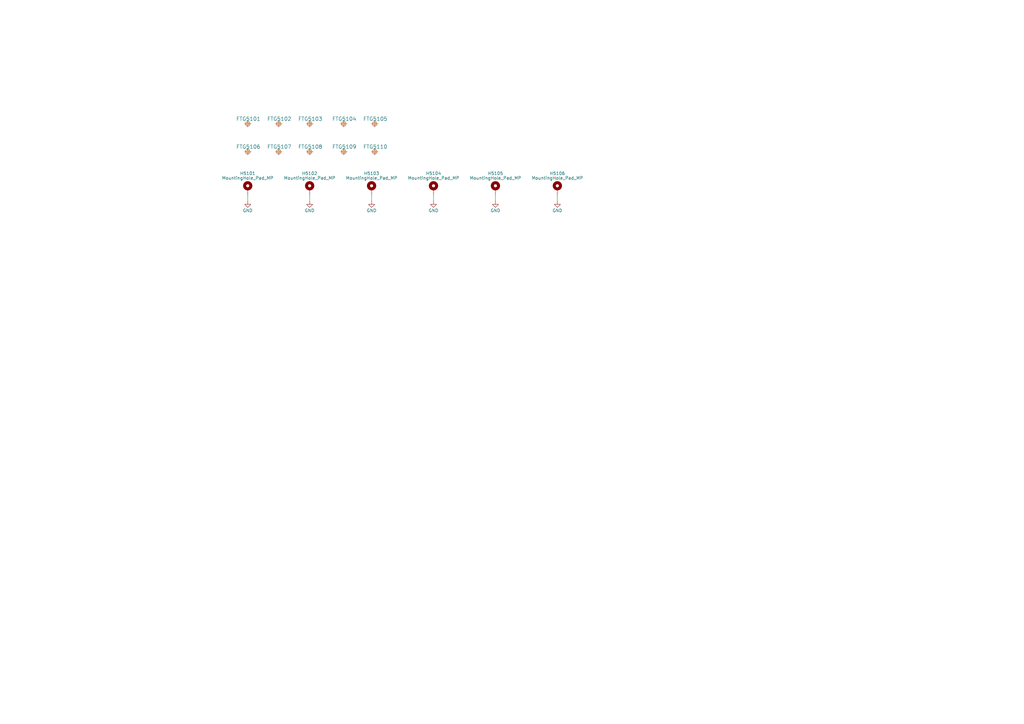
<source format=kicad_sch>
(kicad_sch (version 20250114) (generator "eeschema") (generator_version "9.0")
  (paper "A3")
  (lib_symbols
    (symbol "CERN:Pads/FIDUCIAL_TARGET_C100-200" (pin_numbers (hide yes)) (pin_names (offset 1.27) (hide yes))
      (property "Reference" "FTG" (at 0.254 2.032 0))
      (symbol "Pads/FIDUCIAL_TARGET_C100-200_1_0"
        (polyline (pts (xy -1.524 0) (xy 1.524 0)) (stroke (width 0.0254)))
        (polyline (pts (xy 0 1.524) (xy 0 -1.524)) (stroke (width 0.0254)))
        (circle (center 0 0) (radius 0.508) (stroke (width 0.0254)) (fill (type background)))
        (circle (center 0 0) (radius 0.762) (stroke (width 0.0254)) (fill (type background)))
        (circle (center 0 0) (radius 1.016) (stroke (width 0.0254)) (fill (type background)))
      )
    )
    (symbol "Mechanical:MountingHole_Pad_MP" (pin_numbers (hide yes)) (pin_names (offset 1.016) (hide yes))
      (property "Reference" "H" (at 0 6.35 0))
      (property "Value" "MountingHole_Pad_MP" (at 0 4.445 0))
      (symbol "MountingHole_Pad_MP_0_1"
        (circle (center 0 1.27) (radius 1.27) (stroke (width 1.27)))
      )
      (symbol "MountingHole_Pad_MP_1_1"
        (pin input line (at 0 -2.54 90) (length 2.54) (name "MP") (number "MP"))
      )
    )
    (symbol "power:GND" (power) (pin_numbers (hide yes)) (pin_names (offset 0) (hide yes))
      (property "Value" "GND" (at 0 -3.81 0))
      (symbol "GND_0_1"
        (polyline (pts (xy 0 0) (xy 0 -1.27) (xy 1.27 -1.27) (xy 0 -2.54) (xy -1.27 -1.27) (xy 0 -1.27)))
      )
      (symbol "GND_1_1"
        (pin power_in line (at 0 0 270) (length 0) (name "~") (number "1"))
      )
    )
  )
  (wire (pts (xy 177.8 80.01) (xy 177.8 82.55)))
  (wire (pts (xy 101.6 80.01) (xy 101.6 82.55)))
  (wire (pts (xy 127 80.01) (xy 127 82.55)))
  (wire (pts (xy 152.4 80.01) (xy 152.4 82.55)))
  (wire (pts (xy 203.2 80.01) (xy 203.2 82.55)))
  (wire (pts (xy 228.6 80.01) (xy 228.6 82.55)))
  (symbol (lib_id "Mechanical:MountingHole_Pad_MP") (at 177.8 77.47 0) (unit 1)
    (property "Reference" "H5104" (at 177.8 71.12 0))
    (property "Value" "MountingHole_Pad_MP" (at 177.8 73.025 0))
    (property "Footprint" "MountingHole:MountingHole_3.2mm_M3_DIN965_Pad_TopBottom" (effects (hide yes)))
    (property "Description" "Mounting Hole with connection as pad named MP" (effects (hide yes)))
  )
  (symbol (lib_id "power:GND") (at 177.8 82.55 0) (mirror y) (unit 1)
    (property "Reference" "#PWR05104" (effects (hide yes)))
    (property "Value" "GND" (at 177.8 86.36 0))
    (property "Description" "Power symbol creates a global label with name \"GND\" , ground" (effects (hide yes)))
  )
  (symbol (lib_id "power:GND") (at 101.6 82.55 0) (mirror y) (unit 1)
    (property "Reference" "#PWR05101" (effects (hide yes)))
    (property "Value" "GND" (at 101.6 86.36 0))
    (property "Description" "Power symbol creates a global label with name \"GND\" , ground" (effects (hide yes)))
  )
  (symbol (lib_id "Mechanical:MountingHole_Pad_MP") (at 127 77.47 0) (unit 1)
    (property "Reference" "H5102" (at 127 71.12 0))
    (property "Value" "MountingHole_Pad_MP" (at 127 73.025 0))
    (property "Footprint" "MountingHole:MountingHole_3.2mm_M3_DIN965_Pad_TopBottom" (effects (hide yes)))
    (property "Description" "Mounting Hole with connection as pad named MP" (effects (hide yes)))
  )
  (symbol (lib_id "power:GND") (at 152.4 82.55 0) (mirror y) (unit 1)
    (property "Reference" "#PWR05103" (effects (hide yes)))
    (property "Value" "GND" (at 152.4 86.36 0))
    (property "Description" "Power symbol creates a global label with name \"GND\" , ground" (effects (hide yes)))
  )
  (symbol (lib_id "CERN:Pads/FIDUCIAL_TARGET_C100-200") (at 114.3 50.8 0) (unit 1)
    (property "Reference" "FTG5102" (at 114.554 48.768 0) (effects (font (size 1.524 1.524))))
    (property "Value" "Use only in PCB" (effects (hide yes)))
    (property "Footprint" "Pads:FIDUCIAL_TOP_C100-200" (effects (hide yes)))
    (property "Datasheet" "Undefined" (effects (hide yes)))
    (property "Description" "Round Fiducial Target, Top Layer, 1.0mm, Top Solder 2.0mm, Keepout =2.0mm" (effects (hide yes)))
    (property "Part Number" "FIDUCIAL_TARGET_C100-200" (effects (hide yes)))
    (property "Component Kind" "Standard (No BOM)" (effects (hide yes)))
    (property "Component Type" "Standard (No BOM)" (effects (hide yes)))
    (property "Pin Count" "1" (effects (hide yes)))
    (property "Family" "Fiducial" (effects (hide yes)))
    (property "Mounted" "No" (effects (hide yes)))
    (property "Socket" "No" (effects (hide yes)))
    (property "SMD" "Yes" (effects (hide yes)))
    (property "Sense" "No" (effects (hide yes)))
    (property "Status" "None" (effects (hide yes)))
    (property "Part Description" "Round Fiducial Target, Top Layer, 1.0mm, Top Solder 2.0mm, Keepout =2.0mm" (effects (hide yes)))
    (property "ComponentHeight" "0mm" (effects (hide yes)))
    (property "HelpURL" "Undefined" (effects (hide yes)))
    (property "Author" "CERN DEM JLC" (effects (hide yes)))
    (property "CreateDate" "2010-02-09 00:00:00 +0000" (effects (hide yes)))
    (property "LatestRevisionDate" "2012-04-04 00:00:00 +0000" (effects (hide yes)))
    (property "PackageDescription" "Round Fiducial Target, Top Layer, 1.0mm, Top Solder 2.0mm, Keepout =2.0mm" (effects (hide yes)))
    (property "LibSymbol" "Pads:Fiducial Target" (effects (hide yes)))
    (property "LibFootprint" "Pads:FIDUCIAL_TOP_C100-200" (effects (hide yes)))
    (property "Database Name" "Eletro-mechanical" (effects (hide yes)))
    (property "Database Table Name" "Pads" (effects (hide yes)))
    (property "Part Number Nocolon" "FIDUCIAL_TARGET_C100-200" (effects (hide yes)))
  )
  (symbol (lib_id "CERN:Pads/FIDUCIAL_TARGET_C100-200") (at 140.97 50.8 0) (unit 1)
    (property "Reference" "FTG5104" (at 141.224 48.768 0) (effects (font (size 1.524 1.524))))
    (property "Value" "Use only in PCB" (effects (hide yes)))
    (property "Footprint" "Pads:FIDUCIAL_TOP_C100-200" (effects (hide yes)))
    (property "Datasheet" "Undefined" (effects (hide yes)))
    (property "Description" "Round Fiducial Target, Top Layer, 1.0mm, Top Solder 2.0mm, Keepout =2.0mm" (effects (hide yes)))
    (property "Part Number" "FIDUCIAL_TARGET_C100-200" (effects (hide yes)))
    (property "Component Kind" "Standard (No BOM)" (effects (hide yes)))
    (property "Component Type" "Standard (No BOM)" (effects (hide yes)))
    (property "Pin Count" "1" (effects (hide yes)))
    (property "Family" "Fiducial" (effects (hide yes)))
    (property "Mounted" "No" (effects (hide yes)))
    (property "Socket" "No" (effects (hide yes)))
    (property "SMD" "Yes" (effects (hide yes)))
    (property "Sense" "No" (effects (hide yes)))
    (property "Status" "None" (effects (hide yes)))
    (property "Part Description" "Round Fiducial Target, Top Layer, 1.0mm, Top Solder 2.0mm, Keepout =2.0mm" (effects (hide yes)))
    (property "ComponentHeight" "0mm" (effects (hide yes)))
    (property "HelpURL" "Undefined" (effects (hide yes)))
    (property "Author" "CERN DEM JLC" (effects (hide yes)))
    (property "CreateDate" "2010-02-09 00:00:00 +0000" (effects (hide yes)))
    (property "LatestRevisionDate" "2012-04-04 00:00:00 +0000" (effects (hide yes)))
    (property "PackageDescription" "Round Fiducial Target, Top Layer, 1.0mm, Top Solder 2.0mm, Keepout =2.0mm" (effects (hide yes)))
    (property "LibSymbol" "Pads:Fiducial Target" (effects (hide yes)))
    (property "LibFootprint" "Pads:FIDUCIAL_TOP_C100-200" (effects (hide yes)))
    (property "Database Name" "Eletro-mechanical" (effects (hide yes)))
    (property "Database Table Name" "Pads" (effects (hide yes)))
    (property "Part Number Nocolon" "FIDUCIAL_TARGET_C100-200" (effects (hide yes)))
  )
  (symbol (lib_id "CERN:Pads/FIDUCIAL_TARGET_C100-200") (at 101.6 50.8 0) (unit 1)
    (property "Reference" "FTG5101" (at 101.854 48.768 0) (effects (font (size 1.524 1.524))))
    (property "Value" "Use only in PCB" (effects (hide yes)))
    (property "Footprint" "Pads:FIDUCIAL_TOP_C100-200" (effects (hide yes)))
    (property "Datasheet" "Undefined" (effects (hide yes)))
    (property "Description" "Round Fiducial Target, Top Layer, 1.0mm, Top Solder 2.0mm, Keepout =2.0mm" (effects (hide yes)))
    (property "Part Number" "FIDUCIAL_TARGET_C100-200" (effects (hide yes)))
    (property "Component Kind" "Standard (No BOM)" (effects (hide yes)))
    (property "Component Type" "Standard (No BOM)" (effects (hide yes)))
    (property "Pin Count" "1" (effects (hide yes)))
    (property "Family" "Fiducial" (effects (hide yes)))
    (property "Mounted" "No" (effects (hide yes)))
    (property "Socket" "No" (effects (hide yes)))
    (property "SMD" "Yes" (effects (hide yes)))
    (property "Sense" "No" (effects (hide yes)))
    (property "Status" "None" (effects (hide yes)))
    (property "Part Description" "Round Fiducial Target, Top Layer, 1.0mm, Top Solder 2.0mm, Keepout =2.0mm" (effects (hide yes)))
    (property "ComponentHeight" "0mm" (effects (hide yes)))
    (property "HelpURL" "Undefined" (effects (hide yes)))
    (property "Author" "CERN DEM JLC" (effects (hide yes)))
    (property "CreateDate" "2010-02-09 00:00:00 +0000" (effects (hide yes)))
    (property "LatestRevisionDate" "2012-04-04 00:00:00 +0000" (effects (hide yes)))
    (property "PackageDescription" "Round Fiducial Target, Top Layer, 1.0mm, Top Solder 2.0mm, Keepout =2.0mm" (effects (hide yes)))
    (property "LibSymbol" "Pads:Fiducial Target" (effects (hide yes)))
    (property "LibFootprint" "Pads:FIDUCIAL_TOP_C100-200" (effects (hide yes)))
    (property "Database Name" "Eletro-mechanical" (effects (hide yes)))
    (property "Database Table Name" "Pads" (effects (hide yes)))
    (property "Part Number Nocolon" "FIDUCIAL_TARGET_C100-200" (effects (hide yes)))
  )
  (symbol (lib_id "CERN:Pads/FIDUCIAL_TARGET_C100-200") (at 101.6 62.23 0) (unit 1)
    (property "Reference" "FTG5106" (at 101.854 60.198 0) (effects (font (size 1.524 1.524))))
    (property "Value" "Use only in PCB" (effects (hide yes)))
    (property "Footprint" "Pads:FIDUCIAL_TOP_C100-200" (effects (hide yes)))
    (property "Datasheet" "Undefined" (effects (hide yes)))
    (property "Description" "Round Fiducial Target, Top Layer, 1.0mm, Top Solder 2.0mm, Keepout =2.0mm" (effects (hide yes)))
    (property "Part Number" "FIDUCIAL_TARGET_C100-200" (effects (hide yes)))
    (property "Component Kind" "Standard (No BOM)" (effects (hide yes)))
    (property "Component Type" "Standard (No BOM)" (effects (hide yes)))
    (property "Pin Count" "1" (effects (hide yes)))
    (property "Family" "Fiducial" (effects (hide yes)))
    (property "Mounted" "No" (effects (hide yes)))
    (property "Socket" "No" (effects (hide yes)))
    (property "SMD" "Yes" (effects (hide yes)))
    (property "Sense" "No" (effects (hide yes)))
    (property "Status" "None" (effects (hide yes)))
    (property "Part Description" "Round Fiducial Target, Top Layer, 1.0mm, Top Solder 2.0mm, Keepout =2.0mm" (effects (hide yes)))
    (property "ComponentHeight" "0mm" (effects (hide yes)))
    (property "HelpURL" "Undefined" (effects (hide yes)))
    (property "Author" "CERN DEM JLC" (effects (hide yes)))
    (property "CreateDate" "2010-02-09 00:00:00 +0000" (effects (hide yes)))
    (property "LatestRevisionDate" "2012-04-04 00:00:00 +0000" (effects (hide yes)))
    (property "PackageDescription" "Round Fiducial Target, Top Layer, 1.0mm, Top Solder 2.0mm, Keepout =2.0mm" (effects (hide yes)))
    (property "LibSymbol" "Pads:Fiducial Target" (effects (hide yes)))
    (property "LibFootprint" "Pads:FIDUCIAL_TOP_C100-200" (effects (hide yes)))
    (property "Database Name" "Eletro-mechanical" (effects (hide yes)))
    (property "Database Table Name" "Pads" (effects (hide yes)))
    (property "Part Number Nocolon" "FIDUCIAL_TARGET_C100-200" (effects (hide yes)))
  )
  (symbol (lib_id "CERN:Pads/FIDUCIAL_TARGET_C100-200") (at 127 50.8 0) (unit 1)
    (property "Reference" "FTG5103" (at 127.254 48.768 0) (effects (font (size 1.524 1.524))))
    (property "Value" "Use only in PCB" (effects (hide yes)))
    (property "Footprint" "Pads:FIDUCIAL_TOP_C100-200" (effects (hide yes)))
    (property "Datasheet" "Undefined" (effects (hide yes)))
    (property "Description" "Round Fiducial Target, Top Layer, 1.0mm, Top Solder 2.0mm, Keepout =2.0mm" (effects (hide yes)))
    (property "Part Number" "FIDUCIAL_TARGET_C100-200" (effects (hide yes)))
    (property "Component Kind" "Standard (No BOM)" (effects (hide yes)))
    (property "Component Type" "Standard (No BOM)" (effects (hide yes)))
    (property "Pin Count" "1" (effects (hide yes)))
    (property "Family" "Fiducial" (effects (hide yes)))
    (property "Mounted" "No" (effects (hide yes)))
    (property "Socket" "No" (effects (hide yes)))
    (property "SMD" "Yes" (effects (hide yes)))
    (property "Sense" "No" (effects (hide yes)))
    (property "Status" "None" (effects (hide yes)))
    (property "Part Description" "Round Fiducial Target, Top Layer, 1.0mm, Top Solder 2.0mm, Keepout =2.0mm" (effects (hide yes)))
    (property "ComponentHeight" "0mm" (effects (hide yes)))
    (property "HelpURL" "Undefined" (effects (hide yes)))
    (property "Author" "CERN DEM JLC" (effects (hide yes)))
    (property "CreateDate" "2010-02-09 00:00:00 +0000" (effects (hide yes)))
    (property "LatestRevisionDate" "2012-04-04 00:00:00 +0000" (effects (hide yes)))
    (property "PackageDescription" "Round Fiducial Target, Top Layer, 1.0mm, Top Solder 2.0mm, Keepout =2.0mm" (effects (hide yes)))
    (property "LibSymbol" "Pads:Fiducial Target" (effects (hide yes)))
    (property "LibFootprint" "Pads:FIDUCIAL_TOP_C100-200" (effects (hide yes)))
    (property "Database Name" "Eletro-mechanical" (effects (hide yes)))
    (property "Database Table Name" "Pads" (effects (hide yes)))
    (property "Part Number Nocolon" "FIDUCIAL_TARGET_C100-200" (effects (hide yes)))
  )
  (symbol (lib_id "Mechanical:MountingHole_Pad_MP") (at 101.6 77.47 0) (unit 1)
    (property "Reference" "H5101" (at 101.6 71.12 0))
    (property "Value" "MountingHole_Pad_MP" (at 101.6 73.025 0))
    (property "Footprint" "MountingHole:MountingHole_3.2mm_M3_DIN965_Pad_TopBottom" (effects (hide yes)))
    (property "Description" "Mounting Hole with connection as pad named MP" (effects (hide yes)))
  )
  (symbol (lib_id "CERN:Pads/FIDUCIAL_TARGET_C100-200") (at 140.97 62.23 0) (unit 1)
    (property "Reference" "FTG5109" (at 141.224 60.198 0) (effects (font (size 1.524 1.524))))
    (property "Value" "Use only in PCB" (effects (hide yes)))
    (property "Footprint" "Pads:FIDUCIAL_TOP_C100-200" (effects (hide yes)))
    (property "Datasheet" "Undefined" (effects (hide yes)))
    (property "Description" "Round Fiducial Target, Top Layer, 1.0mm, Top Solder 2.0mm, Keepout =2.0mm" (effects (hide yes)))
    (property "Part Number" "FIDUCIAL_TARGET_C100-200" (effects (hide yes)))
    (property "Component Kind" "Standard (No BOM)" (effects (hide yes)))
    (property "Component Type" "Standard (No BOM)" (effects (hide yes)))
    (property "Pin Count" "1" (effects (hide yes)))
    (property "Family" "Fiducial" (effects (hide yes)))
    (property "Mounted" "No" (effects (hide yes)))
    (property "Socket" "No" (effects (hide yes)))
    (property "SMD" "Yes" (effects (hide yes)))
    (property "Sense" "No" (effects (hide yes)))
    (property "Status" "None" (effects (hide yes)))
    (property "Part Description" "Round Fiducial Target, Top Layer, 1.0mm, Top Solder 2.0mm, Keepout =2.0mm" (effects (hide yes)))
    (property "ComponentHeight" "0mm" (effects (hide yes)))
    (property "HelpURL" "Undefined" (effects (hide yes)))
    (property "Author" "CERN DEM JLC" (effects (hide yes)))
    (property "CreateDate" "2010-02-09 00:00:00 +0000" (effects (hide yes)))
    (property "LatestRevisionDate" "2012-04-04 00:00:00 +0000" (effects (hide yes)))
    (property "PackageDescription" "Round Fiducial Target, Top Layer, 1.0mm, Top Solder 2.0mm, Keepout =2.0mm" (effects (hide yes)))
    (property "LibSymbol" "Pads:Fiducial Target" (effects (hide yes)))
    (property "LibFootprint" "Pads:FIDUCIAL_TOP_C100-200" (effects (hide yes)))
    (property "Database Name" "Eletro-mechanical" (effects (hide yes)))
    (property "Database Table Name" "Pads" (effects (hide yes)))
    (property "Part Number Nocolon" "FIDUCIAL_TARGET_C100-200" (effects (hide yes)))
  )
  (symbol (lib_id "CERN:Pads/FIDUCIAL_TARGET_C100-200") (at 153.67 62.23 0) (unit 1)
    (property "Reference" "FTG5110" (at 153.924 60.198 0) (effects (font (size 1.524 1.524))))
    (property "Value" "Use only in PCB" (effects (hide yes)))
    (property "Footprint" "Pads:FIDUCIAL_TOP_C100-200" (effects (hide yes)))
    (property "Datasheet" "Undefined" (effects (hide yes)))
    (property "Description" "Round Fiducial Target, Top Layer, 1.0mm, Top Solder 2.0mm, Keepout =2.0mm" (effects (hide yes)))
    (property "Part Number" "FIDUCIAL_TARGET_C100-200" (effects (hide yes)))
    (property "Component Kind" "Standard (No BOM)" (effects (hide yes)))
    (property "Component Type" "Standard (No BOM)" (effects (hide yes)))
    (property "Pin Count" "1" (effects (hide yes)))
    (property "Family" "Fiducial" (effects (hide yes)))
    (property "Mounted" "No" (effects (hide yes)))
    (property "Socket" "No" (effects (hide yes)))
    (property "SMD" "Yes" (effects (hide yes)))
    (property "Sense" "No" (effects (hide yes)))
    (property "Status" "None" (effects (hide yes)))
    (property "Part Description" "Round Fiducial Target, Top Layer, 1.0mm, Top Solder 2.0mm, Keepout =2.0mm" (effects (hide yes)))
    (property "ComponentHeight" "0mm" (effects (hide yes)))
    (property "HelpURL" "Undefined" (effects (hide yes)))
    (property "Author" "CERN DEM JLC" (effects (hide yes)))
    (property "CreateDate" "2010-02-09 00:00:00 +0000" (effects (hide yes)))
    (property "LatestRevisionDate" "2012-04-04 00:00:00 +0000" (effects (hide yes)))
    (property "PackageDescription" "Round Fiducial Target, Top Layer, 1.0mm, Top Solder 2.0mm, Keepout =2.0mm" (effects (hide yes)))
    (property "LibSymbol" "Pads:Fiducial Target" (effects (hide yes)))
    (property "LibFootprint" "Pads:FIDUCIAL_TOP_C100-200" (effects (hide yes)))
    (property "Database Name" "Eletro-mechanical" (effects (hide yes)))
    (property "Database Table Name" "Pads" (effects (hide yes)))
    (property "Part Number Nocolon" "FIDUCIAL_TARGET_C100-200" (effects (hide yes)))
  )
  (symbol (lib_id "Mechanical:MountingHole_Pad_MP") (at 152.4 77.47 0) (unit 1)
    (property "Reference" "H5103" (at 152.4 71.12 0))
    (property "Value" "MountingHole_Pad_MP" (at 152.4 73.025 0))
    (property "Footprint" "MountingHole:MountingHole_3.2mm_M3_DIN965_Pad_TopBottom" (effects (hide yes)))
    (property "Description" "Mounting Hole with connection as pad named MP" (effects (hide yes)))
  )
  (symbol (lib_id "CERN:Pads/FIDUCIAL_TARGET_C100-200") (at 127 62.23 0) (unit 1)
    (property "Reference" "FTG5108" (at 127.254 60.198 0) (effects (font (size 1.524 1.524))))
    (property "Value" "Use only in PCB" (effects (hide yes)))
    (property "Footprint" "Pads:FIDUCIAL_TOP_C100-200" (effects (hide yes)))
    (property "Datasheet" "Undefined" (effects (hide yes)))
    (property "Description" "Round Fiducial Target, Top Layer, 1.0mm, Top Solder 2.0mm, Keepout =2.0mm" (effects (hide yes)))
    (property "Part Number" "FIDUCIAL_TARGET_C100-200" (effects (hide yes)))
    (property "Component Kind" "Standard (No BOM)" (effects (hide yes)))
    (property "Component Type" "Standard (No BOM)" (effects (hide yes)))
    (property "Pin Count" "1" (effects (hide yes)))
    (property "Family" "Fiducial" (effects (hide yes)))
    (property "Mounted" "No" (effects (hide yes)))
    (property "Socket" "No" (effects (hide yes)))
    (property "SMD" "Yes" (effects (hide yes)))
    (property "Sense" "No" (effects (hide yes)))
    (property "Status" "None" (effects (hide yes)))
    (property "Part Description" "Round Fiducial Target, Top Layer, 1.0mm, Top Solder 2.0mm, Keepout =2.0mm" (effects (hide yes)))
    (property "ComponentHeight" "0mm" (effects (hide yes)))
    (property "HelpURL" "Undefined" (effects (hide yes)))
    (property "Author" "CERN DEM JLC" (effects (hide yes)))
    (property "CreateDate" "2010-02-09 00:00:00 +0000" (effects (hide yes)))
    (property "LatestRevisionDate" "2012-04-04 00:00:00 +0000" (effects (hide yes)))
    (property "PackageDescription" "Round Fiducial Target, Top Layer, 1.0mm, Top Solder 2.0mm, Keepout =2.0mm" (effects (hide yes)))
    (property "LibSymbol" "Pads:Fiducial Target" (effects (hide yes)))
    (property "LibFootprint" "Pads:FIDUCIAL_TOP_C100-200" (effects (hide yes)))
    (property "Database Name" "Eletro-mechanical" (effects (hide yes)))
    (property "Database Table Name" "Pads" (effects (hide yes)))
    (property "Part Number Nocolon" "FIDUCIAL_TARGET_C100-200" (effects (hide yes)))
  )
  (symbol (lib_id "power:GND") (at 228.6 82.55 0) (mirror y) (unit 1)
    (property "Reference" "#PWR05106" (effects (hide yes)))
    (property "Value" "GND" (at 228.6 86.36 0))
    (property "Description" "Power symbol creates a global label with name \"GND\" , ground" (effects (hide yes)))
  )
  (symbol (lib_id "Mechanical:MountingHole_Pad_MP") (at 228.6 77.47 0) (unit 1)
    (property "Reference" "H5106" (at 228.6 71.12 0))
    (property "Value" "MountingHole_Pad_MP" (at 228.6 73.025 0))
    (property "Footprint" "MountingHole:MountingHole_3.2mm_M3_DIN965_Pad_TopBottom" (effects (hide yes)))
    (property "Description" "Mounting Hole with connection as pad named MP" (effects (hide yes)))
  )
  (symbol (lib_id "power:GND") (at 203.2 82.55 0) (mirror y) (unit 1)
    (property "Reference" "#PWR05105" (effects (hide yes)))
    (property "Value" "GND" (at 203.2 86.36 0))
    (property "Description" "Power symbol creates a global label with name \"GND\" , ground" (effects (hide yes)))
  )
  (symbol (lib_id "Mechanical:MountingHole_Pad_MP") (at 203.2 77.47 0) (unit 1)
    (property "Reference" "H5105" (at 203.2 71.12 0))
    (property "Value" "MountingHole_Pad_MP" (at 203.2 73.025 0))
    (property "Footprint" "MountingHole:MountingHole_3.2mm_M3_DIN965_Pad_TopBottom" (effects (hide yes)))
    (property "Description" "Mounting Hole with connection as pad named MP" (effects (hide yes)))
  )
  (symbol (lib_id "CERN:Pads/FIDUCIAL_TARGET_C100-200") (at 153.67 50.8 0) (unit 1)
    (property "Reference" "FTG5105" (at 153.924 48.768 0) (effects (font (size 1.524 1.524))))
    (property "Value" "Use only in PCB" (effects (hide yes)))
    (property "Footprint" "Pads:FIDUCIAL_TOP_C100-200" (effects (hide yes)))
    (property "Datasheet" "Undefined" (effects (hide yes)))
    (property "Description" "Round Fiducial Target, Top Layer, 1.0mm, Top Solder 2.0mm, Keepout =2.0mm" (effects (hide yes)))
    (property "Part Number" "FIDUCIAL_TARGET_C100-200" (effects (hide yes)))
    (property "Component Kind" "Standard (No BOM)" (effects (hide yes)))
    (property "Component Type" "Standard (No BOM)" (effects (hide yes)))
    (property "Pin Count" "1" (effects (hide yes)))
    (property "Family" "Fiducial" (effects (hide yes)))
    (property "Mounted" "No" (effects (hide yes)))
    (property "Socket" "No" (effects (hide yes)))
    (property "SMD" "Yes" (effects (hide yes)))
    (property "Sense" "No" (effects (hide yes)))
    (property "Status" "None" (effects (hide yes)))
    (property "Part Description" "Round Fiducial Target, Top Layer, 1.0mm, Top Solder 2.0mm, Keepout =2.0mm" (effects (hide yes)))
    (property "ComponentHeight" "0mm" (effects (hide yes)))
    (property "HelpURL" "Undefined" (effects (hide yes)))
    (property "Author" "CERN DEM JLC" (effects (hide yes)))
    (property "CreateDate" "2010-02-09 00:00:00 +0000" (effects (hide yes)))
    (property "LatestRevisionDate" "2012-04-04 00:00:00 +0000" (effects (hide yes)))
    (property "PackageDescription" "Round Fiducial Target, Top Layer, 1.0mm, Top Solder 2.0mm, Keepout =2.0mm" (effects (hide yes)))
    (property "LibSymbol" "Pads:Fiducial Target" (effects (hide yes)))
    (property "LibFootprint" "Pads:FIDUCIAL_TOP_C100-200" (effects (hide yes)))
    (property "Database Name" "Eletro-mechanical" (effects (hide yes)))
    (property "Database Table Name" "Pads" (effects (hide yes)))
    (property "Part Number Nocolon" "FIDUCIAL_TARGET_C100-200" (effects (hide yes)))
  )
  (symbol (lib_id "CERN:Pads/FIDUCIAL_TARGET_C100-200") (at 114.3 62.23 0) (unit 1)
    (property "Reference" "FTG5107" (at 114.554 60.198 0) (effects (font (size 1.524 1.524))))
    (property "Value" "Use only in PCB" (effects (hide yes)))
    (property "Footprint" "Pads:FIDUCIAL_TOP_C100-200" (effects (hide yes)))
    (property "Datasheet" "Undefined" (effects (hide yes)))
    (property "Description" "Round Fiducial Target, Top Layer, 1.0mm, Top Solder 2.0mm, Keepout =2.0mm" (effects (hide yes)))
    (property "Part Number" "FIDUCIAL_TARGET_C100-200" (effects (hide yes)))
    (property "Component Kind" "Standard (No BOM)" (effects (hide yes)))
    (property "Component Type" "Standard (No BOM)" (effects (hide yes)))
    (property "Pin Count" "1" (effects (hide yes)))
    (property "Family" "Fiducial" (effects (hide yes)))
    (property "Mounted" "No" (effects (hide yes)))
    (property "Socket" "No" (effects (hide yes)))
    (property "SMD" "Yes" (effects (hide yes)))
    (property "Sense" "No" (effects (hide yes)))
    (property "Status" "None" (effects (hide yes)))
    (property "Part Description" "Round Fiducial Target, Top Layer, 1.0mm, Top Solder 2.0mm, Keepout =2.0mm" (effects (hide yes)))
    (property "ComponentHeight" "0mm" (effects (hide yes)))
    (property "HelpURL" "Undefined" (effects (hide yes)))
    (property "Author" "CERN DEM JLC" (effects (hide yes)))
    (property "CreateDate" "2010-02-09 00:00:00 +0000" (effects (hide yes)))
    (property "LatestRevisionDate" "2012-04-04 00:00:00 +0000" (effects (hide yes)))
    (property "PackageDescription" "Round Fiducial Target, Top Layer, 1.0mm, Top Solder 2.0mm, Keepout =2.0mm" (effects (hide yes)))
    (property "LibSymbol" "Pads:Fiducial Target" (effects (hide yes)))
    (property "LibFootprint" "Pads:FIDUCIAL_TOP_C100-200" (effects (hide yes)))
    (property "Database Name" "Eletro-mechanical" (effects (hide yes)))
    (property "Database Table Name" "Pads" (effects (hide yes)))
    (property "Part Number Nocolon" "FIDUCIAL_TARGET_C100-200" (effects (hide yes)))
  )
  (symbol (lib_id "power:GND") (at 127 82.55 0) (mirror y) (unit 1)
    (property "Reference" "#PWR05102" (effects (hide yes)))
    (property "Value" "GND" (at 127 86.36 0))
    (property "Description" "Power symbol creates a global label with name \"GND\" , ground" (effects (hide yes)))
  )
)
</source>
